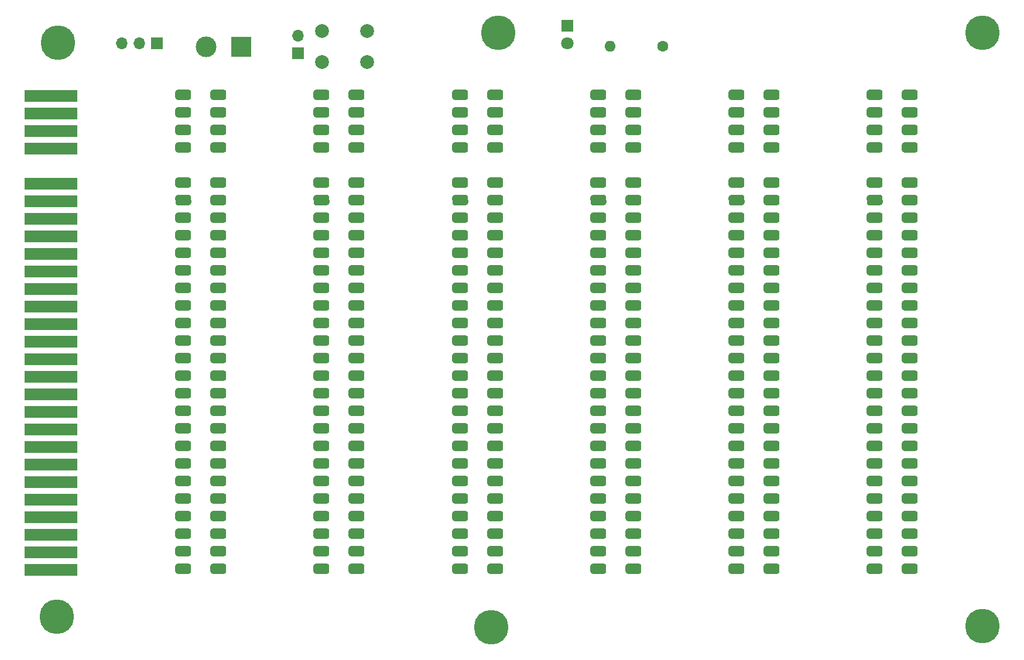
<source format=gbr>
%TF.GenerationSoftware,KiCad,Pcbnew,6.0.2+dfsg-1*%
%TF.CreationDate,2022-12-14T15:09:21+00:00*%
%TF.ProjectId,Backplane,4261636b-706c-4616-9e65-2e6b69636164,1*%
%TF.SameCoordinates,Original*%
%TF.FileFunction,Soldermask,Bot*%
%TF.FilePolarity,Negative*%
%FSLAX46Y46*%
G04 Gerber Fmt 4.6, Leading zero omitted, Abs format (unit mm)*
G04 Created by KiCad (PCBNEW 6.0.2+dfsg-1) date 2022-12-14 15:09:21*
%MOMM*%
%LPD*%
G01*
G04 APERTURE LIST*
G04 Aperture macros list*
%AMRoundRect*
0 Rectangle with rounded corners*
0 $1 Rounding radius*
0 $2 $3 $4 $5 $6 $7 $8 $9 X,Y pos of 4 corners*
0 Add a 4 corners polygon primitive as box body*
4,1,4,$2,$3,$4,$5,$6,$7,$8,$9,$2,$3,0*
0 Add four circle primitives for the rounded corners*
1,1,$1+$1,$2,$3*
1,1,$1+$1,$4,$5*
1,1,$1+$1,$6,$7*
1,1,$1+$1,$8,$9*
0 Add four rect primitives between the rounded corners*
20,1,$1+$1,$2,$3,$4,$5,0*
20,1,$1+$1,$4,$5,$6,$7,0*
20,1,$1+$1,$6,$7,$8,$9,0*
20,1,$1+$1,$8,$9,$2,$3,0*%
G04 Aperture macros list end*
%ADD10R,7.620000X1.780000*%
%ADD11RoundRect,0.381000X-0.762000X-0.381000X0.762000X-0.381000X0.762000X0.381000X-0.762000X0.381000X0*%
%ADD12RoundRect,0.381000X0.762000X0.381000X-0.762000X0.381000X-0.762000X-0.381000X0.762000X-0.381000X0*%
%ADD13RoundRect,0.381000X-0.755235X-0.394241X0.768533X-0.367643X0.755235X0.394241X-0.768533X0.367643X0*%
%ADD14C,2.000000*%
%ADD15C,5.000000*%
%ADD16C,1.600000*%
%ADD17O,1.600000X1.600000*%
%ADD18R,1.700000X1.700000*%
%ADD19O,1.700000X1.700000*%
%ADD20R,3.000000X3.000000*%
%ADD21C,3.000000*%
%ADD22R,1.800000X1.800000*%
%ADD23C,1.800000*%
G04 APERTURE END LIST*
D10*
%TO.C,U1*%
X41275000Y-58166000D03*
X41275000Y-60706000D03*
X41275000Y-63246000D03*
X41275000Y-65786000D03*
X41275000Y-70866000D03*
X41275000Y-73406000D03*
X41275000Y-75946000D03*
X41275000Y-78486000D03*
X41275000Y-81026000D03*
X41275000Y-83566000D03*
X41275000Y-86106000D03*
X41275000Y-88646000D03*
X41275000Y-91186000D03*
X41275000Y-93726000D03*
X41275000Y-96266000D03*
X41275000Y-98806000D03*
X41275000Y-101346000D03*
X41275000Y-103886000D03*
X41275000Y-106426000D03*
X41275000Y-108966000D03*
X41275000Y-111506000D03*
X41275000Y-114046000D03*
X41275000Y-116586000D03*
X41275000Y-119126000D03*
X41275000Y-121666000D03*
X41275000Y-124206000D03*
X41275000Y-126746000D03*
%TD*%
D11*
%TO.C,U5*%
X145540000Y-57980000D03*
D12*
X145540000Y-60520000D03*
D11*
X145540000Y-63060000D03*
X145540000Y-65600000D03*
X145540000Y-70680000D03*
X145540000Y-73220000D03*
X145540000Y-75760000D03*
X145540000Y-78300000D03*
X145540000Y-80840000D03*
X145540000Y-83380000D03*
X145540000Y-85920000D03*
X145540000Y-88460000D03*
X145540000Y-91000000D03*
X145540000Y-93540000D03*
X145540000Y-96080000D03*
X145540000Y-98620000D03*
X145540000Y-101160000D03*
X145540000Y-103700000D03*
X145540000Y-106240000D03*
X145540000Y-108780000D03*
X145540000Y-111320000D03*
X145540000Y-113860000D03*
X145540000Y-116400000D03*
X145540000Y-118940000D03*
X145540000Y-121480000D03*
X145540000Y-124020000D03*
X145540000Y-126560000D03*
X140460000Y-57980000D03*
X140460000Y-60520000D03*
X140460000Y-63060000D03*
X140460000Y-65600000D03*
X140460000Y-70680000D03*
D13*
X140460000Y-73220000D03*
D11*
X140460000Y-75760000D03*
X140460000Y-78300000D03*
X140460000Y-80840000D03*
X140460000Y-83380000D03*
X140460000Y-85920000D03*
X140460000Y-88460000D03*
X140460000Y-91000000D03*
X140460000Y-93540000D03*
X140460000Y-96080000D03*
X140460000Y-98620000D03*
X140460000Y-101160000D03*
X140460000Y-103700000D03*
X140460000Y-106240000D03*
X140460000Y-108780000D03*
X140460000Y-111320000D03*
X140460000Y-113860000D03*
X140460000Y-116400000D03*
X140460000Y-118940000D03*
X140460000Y-121480000D03*
X140460000Y-124020000D03*
X140460000Y-126560000D03*
%TD*%
D14*
%TO.C,SW1*%
X87000000Y-53250000D03*
X80500000Y-53250000D03*
X87000000Y-48750000D03*
X80500000Y-48750000D03*
%TD*%
D11*
%TO.C,U6*%
X105540000Y-57980000D03*
D12*
X105540000Y-60520000D03*
D11*
X105540000Y-63060000D03*
X105540000Y-65600000D03*
X105540000Y-70680000D03*
X105540000Y-73220000D03*
X105540000Y-75760000D03*
X105540000Y-78300000D03*
X105540000Y-80840000D03*
X105540000Y-83380000D03*
X105540000Y-85920000D03*
X105540000Y-88460000D03*
X105540000Y-91000000D03*
X105540000Y-93540000D03*
X105540000Y-96080000D03*
X105540000Y-98620000D03*
X105540000Y-101160000D03*
X105540000Y-103700000D03*
X105540000Y-106240000D03*
X105540000Y-108780000D03*
X105540000Y-111320000D03*
X105540000Y-113860000D03*
X105540000Y-116400000D03*
X105540000Y-118940000D03*
X105540000Y-121480000D03*
X105540000Y-124020000D03*
X105540000Y-126560000D03*
X100460000Y-57980000D03*
X100460000Y-60520000D03*
X100460000Y-63060000D03*
X100460000Y-65600000D03*
X100460000Y-70680000D03*
D13*
X100460000Y-73220000D03*
D11*
X100460000Y-75760000D03*
X100460000Y-78300000D03*
X100460000Y-80840000D03*
X100460000Y-83380000D03*
X100460000Y-85920000D03*
X100460000Y-88460000D03*
X100460000Y-91000000D03*
X100460000Y-93540000D03*
X100460000Y-96080000D03*
X100460000Y-98620000D03*
X100460000Y-101160000D03*
X100460000Y-103700000D03*
X100460000Y-106240000D03*
X100460000Y-108780000D03*
X100460000Y-111320000D03*
X100460000Y-113860000D03*
X100460000Y-116400000D03*
X100460000Y-118940000D03*
X100460000Y-121480000D03*
X100460000Y-124020000D03*
X100460000Y-126560000D03*
%TD*%
D15*
%TO.C,H2*%
X42164000Y-133477000D03*
%TD*%
D16*
%TO.C,R1*%
X129810000Y-51000000D03*
D17*
X122190000Y-51000000D03*
%TD*%
D11*
%TO.C,U2*%
X125540000Y-57980000D03*
D12*
X125540000Y-60520000D03*
D11*
X125540000Y-63060000D03*
X125540000Y-65600000D03*
X125540000Y-70680000D03*
X125540000Y-73220000D03*
X125540000Y-75760000D03*
X125540000Y-78300000D03*
X125540000Y-80840000D03*
X125540000Y-83380000D03*
X125540000Y-85920000D03*
X125540000Y-88460000D03*
X125540000Y-91000000D03*
X125540000Y-93540000D03*
X125540000Y-96080000D03*
X125540000Y-98620000D03*
X125540000Y-101160000D03*
X125540000Y-103700000D03*
X125540000Y-106240000D03*
X125540000Y-108780000D03*
X125540000Y-111320000D03*
X125540000Y-113860000D03*
X125540000Y-116400000D03*
X125540000Y-118940000D03*
X125540000Y-121480000D03*
X125540000Y-124020000D03*
X125540000Y-126560000D03*
X120460000Y-57980000D03*
X120460000Y-60520000D03*
X120460000Y-63060000D03*
X120460000Y-65600000D03*
X120460000Y-70680000D03*
D13*
X120460000Y-73220000D03*
D11*
X120460000Y-75760000D03*
X120460000Y-78300000D03*
X120460000Y-80840000D03*
X120460000Y-83380000D03*
X120460000Y-85920000D03*
X120460000Y-88460000D03*
X120460000Y-91000000D03*
X120460000Y-93540000D03*
X120460000Y-96080000D03*
X120460000Y-98620000D03*
X120460000Y-101160000D03*
X120460000Y-103700000D03*
X120460000Y-106240000D03*
X120460000Y-108780000D03*
X120460000Y-111320000D03*
X120460000Y-113860000D03*
X120460000Y-116400000D03*
X120460000Y-118940000D03*
X120460000Y-121480000D03*
X120460000Y-124020000D03*
X120460000Y-126560000D03*
%TD*%
D15*
%TO.C,H4*%
X105000000Y-135000000D03*
%TD*%
D18*
%TO.C,J3*%
X77000000Y-52000000D03*
D19*
X77000000Y-49460000D03*
%TD*%
D15*
%TO.C,H1*%
X106000000Y-49000000D03*
%TD*%
D18*
%TO.C,J2*%
X56642000Y-50546000D03*
D19*
X54102000Y-50546000D03*
X51562000Y-50546000D03*
%TD*%
D20*
%TO.C,J1*%
X68834000Y-51054000D03*
D21*
X63754000Y-51054000D03*
%TD*%
D22*
%TO.C,D1*%
X116000000Y-48000000D03*
D23*
X116000000Y-50540000D03*
%TD*%
D11*
%TO.C,U3*%
X165540000Y-57980000D03*
D12*
X165540000Y-60520000D03*
D11*
X165540000Y-63060000D03*
X165540000Y-65600000D03*
X165540000Y-70680000D03*
X165540000Y-73220000D03*
X165540000Y-75760000D03*
X165540000Y-78300000D03*
X165540000Y-80840000D03*
X165540000Y-83380000D03*
X165540000Y-85920000D03*
X165540000Y-88460000D03*
X165540000Y-91000000D03*
X165540000Y-93540000D03*
X165540000Y-96080000D03*
X165540000Y-98620000D03*
X165540000Y-101160000D03*
X165540000Y-103700000D03*
X165540000Y-106240000D03*
X165540000Y-108780000D03*
X165540000Y-111320000D03*
X165540000Y-113860000D03*
X165540000Y-116400000D03*
X165540000Y-118940000D03*
X165540000Y-121480000D03*
X165540000Y-124020000D03*
X165540000Y-126560000D03*
X160460000Y-57980000D03*
X160460000Y-60520000D03*
X160460000Y-63060000D03*
X160460000Y-65600000D03*
X160460000Y-70680000D03*
D13*
X160460000Y-73220000D03*
D11*
X160460000Y-75760000D03*
X160460000Y-78300000D03*
X160460000Y-80840000D03*
X160460000Y-83380000D03*
X160460000Y-85920000D03*
X160460000Y-88460000D03*
X160460000Y-91000000D03*
X160460000Y-93540000D03*
X160460000Y-96080000D03*
X160460000Y-98620000D03*
X160460000Y-101160000D03*
X160460000Y-103700000D03*
X160460000Y-106240000D03*
X160460000Y-108780000D03*
X160460000Y-111320000D03*
X160460000Y-113860000D03*
X160460000Y-116400000D03*
X160460000Y-118940000D03*
X160460000Y-121480000D03*
X160460000Y-124020000D03*
X160460000Y-126560000D03*
%TD*%
D15*
%TO.C,H5*%
X176000000Y-134874000D03*
%TD*%
%TO.C,H6*%
X176000000Y-49000000D03*
%TD*%
D11*
%TO.C,U9*%
X85540000Y-57980000D03*
D12*
X85540000Y-60520000D03*
D11*
X85540000Y-63060000D03*
X85540000Y-65600000D03*
X85540000Y-70680000D03*
X85540000Y-73220000D03*
X85540000Y-75760000D03*
X85540000Y-78300000D03*
X85540000Y-80840000D03*
X85540000Y-83380000D03*
X85540000Y-85920000D03*
X85540000Y-88460000D03*
X85540000Y-91000000D03*
X85540000Y-93540000D03*
X85540000Y-96080000D03*
X85540000Y-98620000D03*
X85540000Y-101160000D03*
X85540000Y-103700000D03*
X85540000Y-106240000D03*
X85540000Y-108780000D03*
X85540000Y-111320000D03*
X85540000Y-113860000D03*
X85540000Y-116400000D03*
X85540000Y-118940000D03*
X85540000Y-121480000D03*
X85540000Y-124020000D03*
X85540000Y-126560000D03*
X80460000Y-57980000D03*
X80460000Y-60520000D03*
X80460000Y-63060000D03*
X80460000Y-65600000D03*
X80460000Y-70680000D03*
D13*
X80460000Y-73220000D03*
D11*
X80460000Y-75760000D03*
X80460000Y-78300000D03*
X80460000Y-80840000D03*
X80460000Y-83380000D03*
X80460000Y-85920000D03*
X80460000Y-88460000D03*
X80460000Y-91000000D03*
X80460000Y-93540000D03*
X80460000Y-96080000D03*
X80460000Y-98620000D03*
X80460000Y-101160000D03*
X80460000Y-103700000D03*
X80460000Y-106240000D03*
X80460000Y-108780000D03*
X80460000Y-111320000D03*
X80460000Y-113860000D03*
X80460000Y-116400000D03*
X80460000Y-118940000D03*
X80460000Y-121480000D03*
X80460000Y-124020000D03*
X80460000Y-126560000D03*
%TD*%
D15*
%TO.C,H3*%
X42291000Y-50419000D03*
%TD*%
D11*
%TO.C,U4*%
X65540000Y-57980000D03*
D12*
X65540000Y-60520000D03*
D11*
X65540000Y-63060000D03*
X65540000Y-65600000D03*
X65540000Y-70680000D03*
X65540000Y-73220000D03*
X65540000Y-75760000D03*
X65540000Y-78300000D03*
X65540000Y-80840000D03*
X65540000Y-83380000D03*
X65540000Y-85920000D03*
X65540000Y-88460000D03*
X65540000Y-91000000D03*
X65540000Y-93540000D03*
X65540000Y-96080000D03*
X65540000Y-98620000D03*
X65540000Y-101160000D03*
X65540000Y-103700000D03*
X65540000Y-106240000D03*
X65540000Y-108780000D03*
X65540000Y-111320000D03*
X65540000Y-113860000D03*
X65540000Y-116400000D03*
X65540000Y-118940000D03*
X65540000Y-121480000D03*
X65540000Y-124020000D03*
X65540000Y-126560000D03*
X60460000Y-57980000D03*
X60460000Y-60520000D03*
X60460000Y-63060000D03*
X60460000Y-65600000D03*
X60460000Y-70680000D03*
D13*
X60460000Y-73220000D03*
D11*
X60460000Y-75760000D03*
X60460000Y-78300000D03*
X60460000Y-80840000D03*
X60460000Y-83380000D03*
X60460000Y-85920000D03*
X60460000Y-88460000D03*
X60460000Y-91000000D03*
X60460000Y-93540000D03*
X60460000Y-96080000D03*
X60460000Y-98620000D03*
X60460000Y-101160000D03*
X60460000Y-103700000D03*
X60460000Y-106240000D03*
X60460000Y-108780000D03*
X60460000Y-111320000D03*
X60460000Y-113860000D03*
X60460000Y-116400000D03*
X60460000Y-118940000D03*
X60460000Y-121480000D03*
X60460000Y-124020000D03*
X60460000Y-126560000D03*
%TD*%
M02*

</source>
